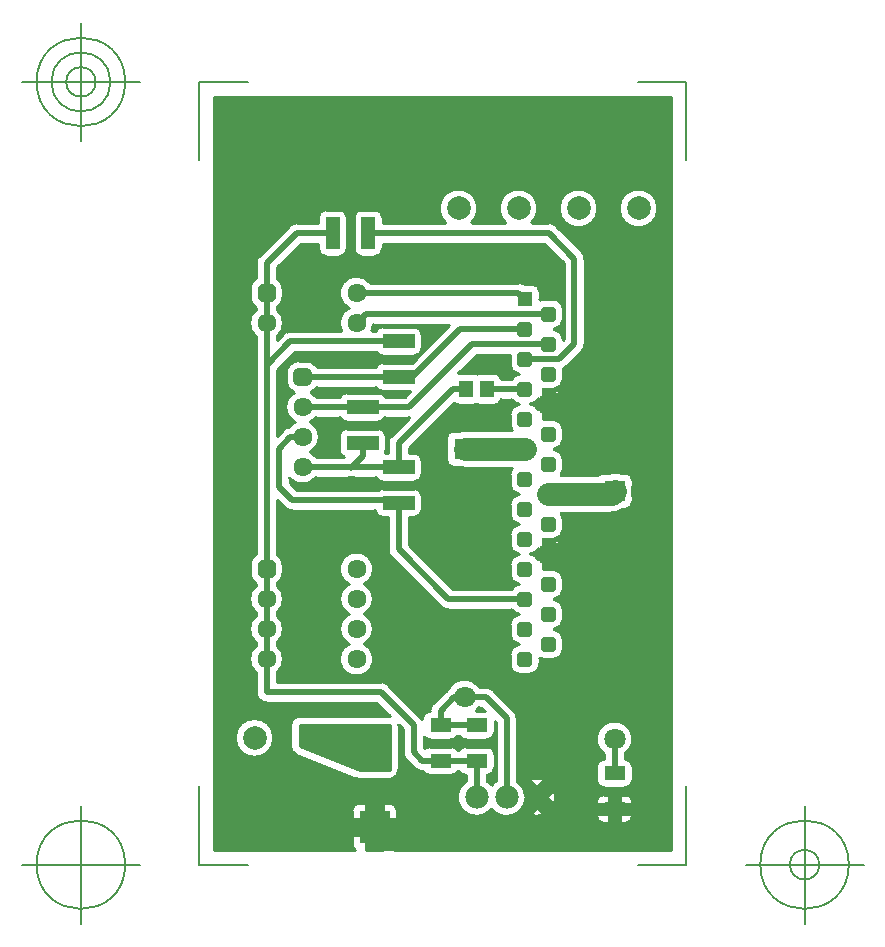
<source format=gbr>
G04 Generated by Ultiboard 12.0 *
%FSLAX25Y25*%
%MOMM*%

%ADD10C,0.00001*%
%ADD11C,0.25400*%
%ADD12C,0.50800*%
%ADD13C,1.90500*%
%ADD14C,0.12700*%
%ADD15C,2.00000*%
%ADD16R,1.80000X1.15000*%
%ADD17C,1.60884*%
%ADD18R,0.67742X0.67742*%
%ADD19C,0.84658*%
%ADD20R,0.76200X0.76200*%
%ADD21C,0.50800*%
%ADD22R,1.27000X1.27000*%
%ADD23R,2.70000X1.15000*%
%ADD24R,1.15000X1.45000*%
%ADD25R,1.15000X2.70000*%
%ADD26R,0.52908X0.52908*%
%ADD27C,0.99492*%
%ADD28C,1.80000*%
%ADD29R,1.80000X1.80000*%
%ADD30R,2.57000X2.80000*%
%ADD31C,1.98984*%


G04 ColorRGB 002000 for the following layer *
%LNCopper Top*%
%LPD*%
G54D10*
G36*
X1590549Y63807D02*
X1590549Y63807D01*
X3936193Y63807D01*
X3936193Y6436193D01*
X63807Y6436193D01*
X63807Y63807D01*
X1254251Y63807D01*
G75*
D01*
G02X1230093Y113800I39649J49993*
G01*
X1230093Y113800D01*
X1230093Y185606D01*
X1354206Y185606D01*
X1354206Y63807D01*
X1490594Y63807D01*
X1490594Y185606D01*
X1614707Y185606D01*
X1614707Y113800D01*
G75*
D01*
G02X1590549Y63807I-63807J0*
G01*
D02*
G37*
%LPC*%
G36*
X2821307Y4787900D02*
X2821307Y4787900D01*
X2821307Y4717860D01*
G75*
D01*
G02X2855900Y4724830I34593J-82359*
G01*
X2855900Y4724830D01*
X2932100Y4724830D01*
G74*
D01*
G02X3021430Y4635500I0J89330*
G01*
X3021430Y4635500D01*
X3021430Y4559300D01*
G75*
D01*
G02X2940855Y4470400I-89330J0*
G01*
G74*
D01*
G02X3021430Y4381500I8755J88900*
G01*
X3021430Y4381500D01*
X3021430Y4379662D01*
X3024710Y4382942D01*
X3024710Y5027758D01*
X2858598Y5193870D01*
X1490507Y5193870D01*
X1490507Y5148200D01*
G75*
D01*
G02X1426700Y5084393I-63807J0*
G01*
X1426700Y5084393D01*
X1311700Y5084393D01*
G75*
D01*
G02X1247893Y5148200I0J63807*
G01*
X1247893Y5148200D01*
X1247893Y5418200D01*
G75*
D01*
G02X1311700Y5482007I63807J0*
G01*
X1311700Y5482007D01*
X1426700Y5482007D01*
G74*
D01*
G02X1490507Y5418200I0J63807*
G01*
X1490507Y5418200D01*
X1490507Y5372530D01*
X2022842Y5372530D01*
G75*
D01*
G02X2244358Y5372530I110758J120269*
G01*
X2244358Y5372530D01*
X2530842Y5372530D01*
G75*
D01*
G02X2752358Y5372530I110758J120269*
G01*
X2752358Y5372530D01*
X2895490Y5372530D01*
G75*
D01*
G02X2928856Y5366109I110J-89330*
G01*
G74*
D01*
G02X2958845Y5346286I33257J82908*
G01*
X2958845Y5346286D01*
X3177126Y5128005D01*
G74*
D01*
G02X3203370Y5064760I63085J63245*
G01*
X3203370Y5064760D01*
X3203370Y4345940D01*
G75*
D01*
G02X3177126Y4282695I-89330J1*
G01*
X3177126Y4282695D01*
X3047745Y4153314D01*
G74*
D01*
G02X3021121Y4134921I63246J63084*
G01*
G74*
D01*
G02X3021430Y4127500I89020J7424*
G01*
X3021430Y4127500D01*
X3021430Y4051300D01*
G75*
D01*
G02X2940855Y3962400I-89330J0*
G01*
G74*
D01*
G02X3021148Y3880588I8755J88900*
G01*
X3021148Y3880588D01*
X2939188Y3880588D01*
X2939188Y3962252D01*
G74*
D01*
G02X2932100Y3961970I7092J89047*
G01*
X2932100Y3961970D01*
X2855900Y3961970D01*
G75*
D01*
G02X2848812Y3962252I4J89330*
G01*
X2848812Y3962252D01*
X2848812Y3880588D01*
X2810004Y3880588D01*
G74*
D01*
G02X2740855Y3835400I77904J43711*
G01*
G74*
D01*
G02X2810004Y3790212I8756J88900*
G01*
X2810004Y3790212D01*
X2848812Y3790212D01*
X2848812Y3708548D01*
G75*
D01*
G02X2855900Y3708830I7092J-89047*
G01*
X2855900Y3708830D01*
X2932100Y3708830D01*
G74*
D01*
G02X2939188Y3708548I4J89330*
G01*
X2939188Y3708548D01*
X2939188Y3790212D01*
X3021148Y3790212D01*
G74*
D01*
G02X2940855Y3708400I89047J7087*
G01*
G74*
D01*
G02X3021430Y3619500I8755J88900*
G01*
X3021430Y3619500D01*
X3021430Y3543300D01*
G75*
D01*
G02X2940855Y3454400I-89330J0*
G01*
G74*
D01*
G02X3021430Y3365500I8755J88900*
G01*
X3021430Y3365500D01*
X3021430Y3289300D01*
G75*
D01*
G02X3001389Y3232918I-89330J0*
G01*
X3001389Y3232918D01*
X3318326Y3232918D01*
G75*
D01*
G02X3364423Y3252607I46097J-44117*
G01*
X3364423Y3252607D01*
X3412122Y3252607D01*
G75*
D01*
G02X3496724Y3252607I42301J-153806*
G01*
X3496724Y3252607D01*
X3544423Y3252607D01*
G74*
D01*
G02X3608231Y3188800I1J63807*
G01*
X3608231Y3188800D01*
X3608231Y3141101D01*
G75*
D01*
G02X3608231Y3056499I-153807J-42301*
G01*
X3608231Y3056499D01*
X3608231Y3008800D01*
G75*
D01*
G02X3544423Y2944993I-63808J1*
G01*
X3544423Y2944993D01*
X3523668Y2944993D01*
G74*
D01*
G02X3429023Y2913882I94645J128407*
G01*
X3429023Y2913882D01*
X3001389Y2913882D01*
G74*
D01*
G02X3021430Y2857500I69289J56382*
G01*
X3021430Y2857500D01*
X3021430Y2781300D01*
G75*
D01*
G02X2940855Y2692400I-89330J0*
G01*
G74*
D01*
G02X3021148Y2610588I8755J88900*
G01*
X3021148Y2610588D01*
X2939188Y2610588D01*
X2939188Y2692252D01*
G74*
D01*
G02X2932100Y2691970I7092J89047*
G01*
X2932100Y2691970D01*
X2855900Y2691970D01*
G75*
D01*
G02X2848812Y2692252I4J89330*
G01*
X2848812Y2692252D01*
X2848812Y2610588D01*
X2810004Y2610588D01*
G74*
D01*
G02X2740855Y2565400I77904J43711*
G01*
G74*
D01*
G02X2810004Y2520212I8756J88900*
G01*
X2810004Y2520212D01*
X2848812Y2520212D01*
X2848812Y2438548D01*
G75*
D01*
G02X2855900Y2438830I7092J-89047*
G01*
X2855900Y2438830D01*
X2932100Y2438830D01*
G74*
D01*
G02X2939188Y2438548I4J89330*
G01*
X2939188Y2438548D01*
X2939188Y2520212D01*
X3021148Y2520212D01*
G74*
D01*
G02X2940855Y2438400I89047J7087*
G01*
G74*
D01*
G02X3021430Y2349500I8755J88900*
G01*
X3021430Y2349500D01*
X3021430Y2273300D01*
G75*
D01*
G02X2940855Y2184400I-89330J0*
G01*
G74*
D01*
G02X3021430Y2095500I8755J88900*
G01*
X3021430Y2095500D01*
X3021430Y2019300D01*
G75*
D01*
G02X2940855Y1930400I-89330J0*
G01*
G74*
D01*
G02X3021430Y1841500I8755J88900*
G01*
X3021430Y1841500D01*
X3021430Y1765300D01*
G75*
D01*
G02X2932100Y1675970I-89330J0*
G01*
X2932100Y1675970D01*
X2855900Y1675970D01*
G75*
D01*
G02X2821430Y1682888I-1J89330*
G01*
X2821430Y1682888D01*
X2821430Y1638300D01*
G75*
D01*
G02X2732100Y1548970I-89330J0*
G01*
X2732100Y1548970D01*
X2655900Y1548970D01*
G75*
D01*
G02X2566570Y1638300I0J89330*
G01*
X2566570Y1638300D01*
X2566570Y1714500D01*
G74*
D01*
G02X2647145Y1803400I89330J0*
G01*
G75*
D01*
G02X2566570Y1892300I8755J88900*
G01*
X2566570Y1892300D01*
X2566570Y1968500D01*
G74*
D01*
G02X2647145Y2057400I89330J0*
G01*
G74*
D01*
G02X2582720Y2095070I8755J88900*
G01*
X2582720Y2095070D01*
X2045877Y2095070D01*
G75*
D01*
G02X1982664Y2121234I-47J89330*
G01*
X1982664Y2121234D01*
X1562434Y2541464D01*
G75*
D01*
G02X1536270Y2604716I63166J63166*
G01*
X1536270Y2604716D01*
X1536270Y2878293D01*
X1490600Y2878293D01*
G75*
D01*
G02X1427407Y2933270I0J63807*
G01*
X1427407Y2933270D01*
X725170Y2933270D01*
G75*
D01*
G02X701417Y2936486I0J89330*
G01*
G74*
D01*
G02X662004Y2959434I23752J86113*
G01*
X662004Y2959434D01*
X597330Y3024108D01*
X597330Y2563005D01*
G74*
D01*
G02X648212Y2472271I55458J90734*
G01*
X648212Y2472271D01*
X648212Y2404529D01*
G75*
D01*
G02X597330Y2313795I-106341J0*
G01*
X597330Y2313795D01*
X597330Y2297269D01*
G75*
D01*
G02X597330Y2071531I-89329J-112869*
G01*
X597330Y2071531D01*
X597330Y2043269D01*
G75*
D01*
G02X597330Y1817531I-89329J-112869*
G01*
X597330Y1817531D01*
X597330Y1789269D01*
G75*
D01*
G02X597330Y1563531I-89329J-112869*
G01*
X597330Y1563531D01*
X597330Y1486330D01*
X1473200Y1486330D01*
G74*
D01*
G02X1536445Y1460086I1J89330*
G01*
X1536445Y1460086D01*
X1815686Y1180845D01*
G74*
D01*
G02X1827393Y1166446I63083J63248*
G01*
X1827393Y1166446D01*
X1827393Y1172700D01*
G75*
D01*
G02X1891200Y1236507I63807J0*
G01*
X1891200Y1236507D01*
X1891870Y1236507D01*
X1891870Y1239969D01*
G75*
D01*
G02X1918034Y1303266I89330J131*
G01*
X1918034Y1303266D01*
X2032334Y1417566D01*
G74*
D01*
G02X2052310Y1432595I63165J63167*
G01*
G75*
D01*
G02X2309229Y1443730I132090J-78194*
G01*
X2309229Y1443730D01*
X2362157Y1443730D01*
G75*
D01*
G02X2370371Y1443356I48J-89330*
G01*
G74*
D01*
G02X2425445Y1417486I8172J88955*
G01*
X2425445Y1417486D01*
X2603086Y1239845D01*
G74*
D01*
G02X2629330Y1176600I63085J63245*
G01*
X2629330Y1176600D01*
X2629330Y644332D01*
G74*
D01*
G02X2702712Y517549I89329J136332*
G01*
X2702712Y517549D01*
X2712261Y508000D01*
X2702712Y498451D01*
G75*
D01*
G02X2413000Y405837I-162711J9547*
G01*
G75*
D01*
G02X2196670Y644332I-126997J102166*
G01*
X2196670Y644332D01*
X2196670Y693893D01*
X2196000Y693893D01*
G75*
D01*
G02X2140699Y725870I0J63807*
G01*
X2140699Y725870D01*
X2126501Y725870D01*
G74*
D01*
G02X2071200Y693893I55301J31830*
G01*
X2071200Y693893D01*
X1891200Y693893D01*
G75*
D01*
G02X1835899Y725870I0J63807*
G01*
X1835899Y725870D01*
X1826450Y725870D01*
G75*
D01*
G02X1763234Y752034I-50J89330*
G01*
X1763234Y752034D01*
X1689434Y825834D01*
G75*
D01*
G02X1663270Y889088I63166J63166*
G01*
X1663270Y889088D01*
X1663270Y1080598D01*
X1625968Y1117900D01*
G74*
D01*
G02X1625969Y1117600I76567J405*
G01*
X1625969Y1117600D01*
X1625969Y736600D01*
G75*
D01*
G02X1567930Y662307I-76569J0*
G01*
G74*
D01*
G02X1550900Y659993I17028J61493*
G01*
X1550900Y659993D01*
X1293900Y659993D01*
G75*
D01*
G02X1276871Y662307I-1J63807*
G01*
G74*
D01*
G02X1266963Y665508I18531J74292*
G01*
X1266963Y665508D01*
X758963Y868708D01*
G75*
D01*
G02X710831Y939939I28436J71092*
G01*
X710831Y939939D01*
X710831Y1117600D01*
G75*
D01*
G02X787400Y1194169I76569J0*
G01*
X787400Y1194169D01*
X1549400Y1194169D01*
G74*
D01*
G02X1549700Y1194168I105J76569*
G01*
X1549700Y1194168D01*
X1436198Y1307670D01*
X508000Y1307670D01*
G75*
D01*
G02X418670Y1397000I0J89330*
G01*
X418670Y1397000D01*
X418670Y1563531D01*
G75*
D01*
G02X418670Y1789269I89329J112869*
G01*
X418670Y1789269D01*
X418670Y1817531D01*
G75*
D01*
G02X418670Y2043269I89329J112869*
G01*
X418670Y2043269D01*
X418670Y2071531D01*
G75*
D01*
G02X418670Y2297269I89329J112869*
G01*
X418670Y2297269D01*
X418670Y2313795D01*
G75*
D01*
G02X367788Y2404529I55458J90734*
G01*
X367788Y2404529D01*
X367788Y2472271D01*
G74*
D01*
G02X418670Y2563005I106341J0*
G01*
X418670Y2563005D01*
X418670Y4408331D01*
G75*
D01*
G02X418670Y4634069I89329J112869*
G01*
X418670Y4634069D01*
X418670Y4650595D01*
G75*
D01*
G02X367788Y4741329I55458J90734*
G01*
X367788Y4741329D01*
X367788Y4809071D01*
G74*
D01*
G02X418670Y4899805I106341J0*
G01*
X418670Y4899805D01*
X418670Y5029034D01*
G75*
D01*
G02X444834Y5092366I89330J166*
G01*
X444834Y5092366D01*
X698834Y5346366D01*
G74*
D01*
G02X749888Y5371705I63166J63166*
G01*
G75*
D01*
G02X762000Y5372530I12112J-88504*
G01*
X762000Y5372530D01*
X947893Y5372530D01*
X947893Y5418200D01*
G75*
D01*
G02X1011700Y5482007I63807J0*
G01*
X1011700Y5482007D01*
X1126700Y5482007D01*
G74*
D01*
G02X1190507Y5418200I0J63807*
G01*
X1190507Y5418200D01*
X1190507Y5148200D01*
G75*
D01*
G02X1126700Y5084393I-63807J0*
G01*
X1126700Y5084393D01*
X1011700Y5084393D01*
G75*
D01*
G02X947893Y5148200I0J63807*
G01*
X947893Y5148200D01*
X947893Y5193870D01*
X799002Y5193870D01*
X597330Y4992198D01*
X597330Y4899805D01*
G74*
D01*
G02X648212Y4809071I55458J90734*
G01*
X648212Y4809071D01*
X648212Y4741329D01*
G75*
D01*
G02X597330Y4650595I-106341J0*
G01*
X597330Y4650595D01*
X597330Y4634069D01*
G75*
D01*
G02X597330Y4408331I-89329J-112869*
G01*
X597330Y4408331D01*
X597330Y4379992D01*
X646904Y4429566D01*
G74*
D01*
G02X677608Y4449623I63166J63166*
G01*
G75*
D01*
G02X710070Y4455730I32462J-83223*
G01*
X710070Y4455730D01*
X1141809Y4455730D01*
G75*
D01*
G02X1202249Y4648200I128190J65470*
G01*
G75*
D01*
G02X1382869Y4864530I67754J126998*
G01*
X1382869Y4864530D01*
X2640232Y4864530D01*
G75*
D01*
G02X2669697Y4859565I98J-89330*
G01*
G74*
D01*
G02X2686444Y4851707I29368J84364*
G01*
X2686444Y4851707D01*
X2757500Y4851707D01*
G74*
D01*
G02X2821307Y4787900I0J63807*
G01*
D02*
G37*
G36*
X1202249Y2311400D02*
G75*
D01*
G02X1337751Y2311400I67751J126999*
G01*
G75*
D01*
G02X1337751Y2057400I-67750J-127000*
G01*
G75*
D01*
G02X1337751Y1803400I-67750J-127000*
G01*
G75*
D01*
G02X1202249Y1803400I-67751J-126999*
G01*
G75*
D01*
G02X1202249Y2057400I67750J127000*
G01*
G75*
D01*
G02X1202249Y2311400I67750J127000*
G01*
D02*
G37*
G36*
X2986100Y5492800D02*
G75*
D01*
G02X2986100Y5492800I163500J0*
G01*
D02*
G37*
G36*
X3494100Y5492800D02*
G75*
D01*
G02X3494100Y5492800I163500J0*
G01*
D02*
G37*
G36*
X2864000Y2565400D02*
G75*
D01*
G02X2864000Y2565400I30000J0*
G01*
D02*
G37*
G36*
X2864000Y3835400D02*
G75*
D01*
G02X2864000Y3835400I30000J0*
G01*
D02*
G37*
G36*
X2860893Y359367D02*
G75*
D01*
G02X2727107Y359367I-66893J148633*
G01*
X2727107Y359367D01*
X2794000Y426261D01*
X2860893Y359367D01*
D02*
G37*
G36*
X3300593Y351300D02*
X3300593Y351300D01*
X3300593Y365783D01*
X3411383Y365783D01*
X3411383Y287493D01*
X3364400Y287493D01*
G75*
D01*
G02X3300593Y351300I0J63807*
G01*
D02*
G37*
G36*
X3608207Y351300D02*
G75*
D01*
G02X3544400Y287493I-63807J0*
G01*
X3544400Y287493D01*
X3497417Y287493D01*
X3497417Y365783D01*
X3608207Y365783D01*
X3608207Y351300D01*
D02*
G37*
G36*
X2727107Y656633D02*
G75*
D01*
G02X2860893Y656633I66893J-148633*
G01*
X2860893Y656633D01*
X2794000Y589739D01*
X2727107Y656633D01*
D02*
G37*
G36*
X2734729Y508000D02*
G75*
D01*
G02X2734729Y508000I59271J0*
G01*
D02*
G37*
G36*
X2942633Y574893D02*
G75*
D01*
G02X2942633Y441107I-148633J-66893*
G01*
X2942633Y441107D01*
X2875739Y508000D01*
X2942633Y574893D01*
D02*
G37*
G36*
X3364400Y530107D02*
X3364400Y530107D01*
X3411383Y530107D01*
X3411383Y451817D01*
X3300593Y451817D01*
X3300593Y466300D01*
G75*
D01*
G02X3364400Y530107I63807J0*
G01*
D02*
G37*
G36*
X3543730Y873971D02*
X3543730Y873971D01*
X3543730Y830107D01*
X3544400Y830107D01*
G74*
D01*
G02X3608207Y766300I0J63807*
G01*
X3608207Y766300D01*
X3608207Y651300D01*
G75*
D01*
G02X3544400Y587493I-63807J0*
G01*
X3544400Y587493D01*
X3364400Y587493D01*
G75*
D01*
G02X3300593Y651300I0J63807*
G01*
X3300593Y651300D01*
X3300593Y766300D01*
G75*
D01*
G02X3364400Y830107I63807J0*
G01*
X3364400Y830107D01*
X3365070Y830107D01*
X3365070Y873971D01*
G75*
D01*
G02X3543730Y873971I89330J124828*
G01*
D02*
G37*
G36*
X3608207Y466300D02*
X3608207Y466300D01*
X3608207Y451817D01*
X3497417Y451817D01*
X3497417Y530107D01*
X3544400Y530107D01*
G74*
D01*
G02X3608207Y466300I0J63807*
G01*
D02*
G37*
G36*
X1230093Y393800D02*
G75*
D01*
G02X1293900Y457607I63807J0*
G01*
X1293900Y457607D01*
X1354206Y457607D01*
X1354206Y321994D01*
X1230093Y321994D01*
X1230093Y393800D01*
D02*
G37*
G36*
X1614707Y393800D02*
X1614707Y393800D01*
X1614707Y321994D01*
X1490594Y321994D01*
X1490594Y457607D01*
X1550900Y457607D01*
G74*
D01*
G02X1614707Y393800I0J63807*
G01*
D02*
G37*
G36*
X242900Y1009600D02*
G75*
D01*
G02X242900Y1009600I163500J0*
G01*
D02*
G37*
%LPD*%
G36*
X1760600Y2878293D02*
X1760600Y2878293D01*
X1714930Y2878293D01*
X1714930Y2641632D01*
X2020369Y2336193D01*
X2082832Y2273730D01*
X2582720Y2273730D01*
G74*
D01*
G02X2647145Y2311400I73180J51229*
G01*
G75*
D01*
G02X2566570Y2400300I8755J88900*
G01*
X2566570Y2400300D01*
X2566570Y2476500D01*
G74*
D01*
G02X2647145Y2565400I89330J0*
G01*
G75*
D01*
G02X2566570Y2654300I8755J88900*
G01*
X2566570Y2654300D01*
X2566570Y2730500D01*
G74*
D01*
G02X2647145Y2819400I89330J0*
G01*
G75*
D01*
G02X2566570Y2908300I8755J88900*
G01*
X2566570Y2908300D01*
X2566570Y2984500D01*
G74*
D01*
G02X2647145Y3073400I89330J0*
G01*
G75*
D01*
G02X2566570Y3162300I8755J88900*
G01*
X2566570Y3162300D01*
X2566570Y3238500D01*
G74*
D01*
G02X2586611Y3294882I89330J0*
G01*
X2586611Y3294882D01*
X2184423Y3294882D01*
G75*
D01*
G02X2142122Y3300593I0J159518*
G01*
X2142122Y3300593D01*
X2094423Y3300593D01*
G75*
D01*
G02X2030616Y3364400I0J63807*
G01*
X2030616Y3364400D01*
X2030616Y3412099D01*
G75*
D01*
G02X2030616Y3496701I153806J42301*
G01*
X2030616Y3496701D01*
X2030616Y3544400D01*
G75*
D01*
G02X2094423Y3608207I63807J0*
G01*
X2094423Y3608207D01*
X2142122Y3608207D01*
G75*
D01*
G02X2184423Y3613918I42301J-153806*
G01*
X2184423Y3613918D01*
X2586611Y3613918D01*
G75*
D01*
G02X2566570Y3670300I69289J56382*
G01*
X2566570Y3670300D01*
X2566570Y3746500D01*
G74*
D01*
G02X2647145Y3835400I89330J0*
G01*
G74*
D01*
G02X2582720Y3873070I8755J88900*
G01*
X2582720Y3873070D01*
X2495048Y3873070D01*
G74*
D01*
G02X2433500Y3826093I61547J16830*
G01*
X2433500Y3826093D01*
X2318500Y3826093D01*
G75*
D01*
G02X2286000Y3834990I0J63807*
G01*
G74*
D01*
G02X2253500Y3826093I32500J54910*
G01*
X2253500Y3826093D01*
X2138500Y3826093D01*
G75*
D01*
G02X2093648Y3844516I-1J63807*
G01*
X2093648Y3844516D01*
X1714930Y3465798D01*
X1714930Y3420907D01*
X1760600Y3420907D01*
G74*
D01*
G02X1824407Y3357100I0J63807*
G01*
X1824407Y3357100D01*
X1824407Y3242100D01*
G75*
D01*
G02X1760600Y3178293I-63807J0*
G01*
X1760600Y3178293D01*
X1490600Y3178293D01*
G75*
D01*
G02X1433985Y3212670I0J63807*
G01*
X1433985Y3212670D01*
X1252630Y3212670D01*
G75*
D01*
G02X1201009Y3212670I-25810J85519*
G01*
X1201009Y3212670D01*
X925669Y3212670D01*
G75*
D01*
G02X702740Y3209231I-112869J89329*
G01*
X702740Y3209231D01*
X702740Y3171362D01*
X762172Y3111930D01*
X1457965Y3111930D01*
G75*
D01*
G02X1490600Y3120907I32634J-54830*
G01*
X1490600Y3120907D01*
X1760600Y3120907D01*
G74*
D01*
G02X1824407Y3057100I0J63807*
G01*
X1824407Y3057100D01*
X1824407Y2942100D01*
G75*
D01*
G02X1760600Y2878293I-63807J0*
G01*
D02*
G37*
G36*
X699445Y3644713D02*
G74*
D01*
G03X646764Y3619166I10485J88713*
G01*
X646764Y3619166D01*
X597330Y3569732D01*
X597330Y4127328D01*
X747072Y4277070D01*
X1435299Y4277070D01*
G75*
D01*
G03X1490600Y4245093I55301J31830*
G01*
X1490600Y4245093D01*
X1760600Y4245093D01*
G75*
D01*
G03X1824407Y4308900I0J63807*
G01*
X1824407Y4308900D01*
X1824407Y4423900D01*
G74*
D01*
G03X1760600Y4487707I63807J0*
G01*
X1760600Y4487707D01*
X1490600Y4487707D01*
G75*
D01*
G03X1435299Y4455730I0J-63807*
G01*
X1435299Y4455730D01*
X1398191Y4455730D01*
G74*
D01*
G03X1413342Y4508070I128190J65470*
G01*
X1413342Y4508070D01*
X2056368Y4508070D01*
X1736005Y4187707D01*
X1490600Y4187707D01*
G75*
D01*
G03X1433985Y4153330I0J-63807*
G01*
X1433985Y4153330D01*
X934099Y4153330D01*
G74*
D01*
G03X839254Y4204248I94845J62875*
G01*
X839254Y4204248D01*
X786346Y4204248D01*
G75*
D01*
G03X672552Y4090454I0J-113794*
G01*
X672552Y4090454D01*
X672552Y4037546D01*
G75*
D01*
G03X739463Y3933859I113794J0*
G01*
G75*
D01*
G03X745049Y3683000I73337J-123859*
G01*
G74*
D01*
G03X699445Y3644713I67749J127000*
G01*
D02*
G37*
G36*
X2376000Y993893D02*
X2376000Y993893D01*
X2196000Y993893D01*
G75*
D01*
G02X2140699Y1025870I0J63807*
G01*
X2140699Y1025870D01*
X2126501Y1025870D01*
G74*
D01*
G02X2071200Y993893I55301J31830*
G01*
X2071200Y993893D01*
X1891200Y993893D01*
G75*
D01*
G02X1841930Y1017156I0J63807*
G01*
X1841930Y1017156D01*
X1841930Y926002D01*
X1848142Y919789D01*
G75*
D01*
G02X1891200Y936507I43058J-47089*
G01*
X1891200Y936507D01*
X2071200Y936507D01*
G74*
D01*
G02X2126501Y904530I0J63807*
G01*
X2126501Y904530D01*
X2140699Y904530D01*
G75*
D01*
G02X2196000Y936507I55301J-31830*
G01*
X2196000Y936507D01*
X2376000Y936507D01*
G74*
D01*
G02X2439807Y872700I0J63807*
G01*
X2439807Y872700D01*
X2439807Y757700D01*
G75*
D01*
G02X2376000Y693893I-63807J0*
G01*
X2376000Y693893D01*
X2375330Y693893D01*
X2375330Y644332D01*
G74*
D01*
G02X2413000Y610163I89329J136332*
G01*
G74*
D01*
G02X2450670Y644332I126999J102163*
G01*
X2450670Y644332D01*
X2450670Y1139598D01*
X2439807Y1150461D01*
X2439807Y1057700D01*
G75*
D01*
G02X2376000Y993893I-63807J0*
G01*
D02*
G37*
G36*
X787400Y1117600D02*
X787400Y1117600D01*
X1549400Y1117600D01*
X1549400Y736600D01*
X1295400Y736600D01*
X787400Y939800D01*
X787400Y1117600D01*
D02*
G37*
G36*
X925669Y3391330D02*
G74*
D01*
G03X880551Y3429000I112868J89330*
G01*
G75*
D01*
G03X880551Y3683000I-67750J127000*
G01*
G74*
D01*
G03X925669Y3720670I67750J127000*
G01*
X925669Y3720670D01*
X1129185Y3720670D01*
G75*
D01*
G03X1185800Y3686293I56615J29430*
G01*
X1185800Y3686293D01*
X1455800Y3686293D01*
G74*
D01*
G03X1512415Y3720670I0J63807*
G01*
X1512415Y3720670D01*
X1715696Y3720670D01*
G75*
D01*
G03X1717149Y3720681I50J89330*
G01*
X1717149Y3720681D01*
X1562434Y3565966D01*
G75*
D01*
G03X1536270Y3502656I63166J-63166*
G01*
X1536270Y3502656D01*
X1536270Y3420907D01*
X1512537Y3420907D01*
G75*
D01*
G03X1519607Y3450100I-56736J29193*
G01*
X1519607Y3450100D01*
X1519607Y3565100D01*
G74*
D01*
G03X1455800Y3628907I63807J0*
G01*
X1455800Y3628907D01*
X1185800Y3628907D01*
G75*
D01*
G03X1121993Y3565100I0J-63807*
G01*
X1121993Y3565100D01*
X1121993Y3450100D01*
G75*
D01*
G03X1160951Y3391330I63807J0*
G01*
X1160951Y3391330D01*
X925669Y3391330D01*
D02*
G37*
G36*
X2566570Y4178300D02*
X2566570Y4178300D01*
X2566570Y4254070D01*
X2286172Y4254070D01*
X2130277Y4098175D01*
G75*
D01*
G02X2138500Y4098707I8222J-63275*
G01*
X2138500Y4098707D01*
X2253500Y4098707D01*
G74*
D01*
G02X2286000Y4089810I0J63807*
G01*
G75*
D01*
G02X2318500Y4098707I32500J-54910*
G01*
X2318500Y4098707D01*
X2433500Y4098707D01*
G74*
D01*
G02X2495048Y4051730I1J63807*
G01*
X2495048Y4051730D01*
X2582720Y4051730D01*
G74*
D01*
G02X2647145Y4089400I73180J51229*
G01*
G75*
D01*
G02X2566570Y4178300I8755J88900*
G01*
D02*
G37*
G36*
X925669Y3899330D02*
G74*
D01*
G03X886137Y3933859I112869J89329*
G01*
G74*
D01*
G03X934099Y3974670I46883J103686*
G01*
X934099Y3974670D01*
X1436752Y3974670D01*
G75*
D01*
G03X1490600Y3945093I53848J34229*
G01*
X1490600Y3945093D01*
X1724531Y3945093D01*
X1678768Y3899330D01*
X1509648Y3899330D01*
G74*
D01*
G03X1455800Y3928907I53848J34229*
G01*
X1455800Y3928907D01*
X1185800Y3928907D01*
G75*
D01*
G03X1131952Y3899330I0J-63807*
G01*
X1131952Y3899330D01*
X925669Y3899330D01*
D02*
G37*
G36*
X2309229Y1265070D02*
X2309229Y1265070D01*
X2325198Y1265070D01*
X2353761Y1236507D01*
X2282703Y1236507D01*
G74*
D01*
G03X2309229Y1265070I98303J117891*
G01*
D02*
G37*
G54D11*
X787400Y1117600D02*
X1549400Y1117600D01*
X1549400Y736600D01*
X1295400Y736600D01*
X787400Y939800D01*
X787400Y1117600D01*
X2821307Y4787900D02*
X2821307Y4717860D01*
G75*
D01*
G02X2855900Y4724830I34593J-82359*
G01*
X2932100Y4724830D01*
G74*
D01*
G02X3021430Y4635500I0J89330*
G01*
X3021430Y4559300D01*
G75*
D01*
G02X2940855Y4470400I-89330J0*
G01*
G74*
D01*
G02X3021430Y4381500I8755J88900*
G01*
X3021430Y4379662D01*
X3024710Y4382942D01*
X3024710Y5027758D01*
X2858598Y5193870D01*
X1490507Y5193870D01*
X1490507Y5148200D01*
G75*
D01*
G02X1426700Y5084393I-63807J0*
G01*
X1311700Y5084393D01*
G75*
D01*
G02X1247893Y5148200I0J63807*
G01*
X1247893Y5418200D01*
G75*
D01*
G02X1311700Y5482007I63807J0*
G01*
X1426700Y5482007D01*
G74*
D01*
G02X1490507Y5418200I0J63807*
G01*
X1490507Y5372530D01*
X2022842Y5372530D01*
G75*
D01*
G02X2244358Y5372530I110758J120269*
G01*
X2530842Y5372530D01*
G75*
D01*
G02X2752358Y5372530I110758J120269*
G01*
X2895490Y5372530D01*
G75*
D01*
G02X2928856Y5366109I110J-89330*
G01*
G74*
D01*
G02X2958845Y5346286I33257J82908*
G01*
X3177126Y5128005D01*
G74*
D01*
G02X3203370Y5064760I63085J63245*
G01*
X3203370Y4345940D01*
G75*
D01*
G02X3177126Y4282695I-89330J1*
G01*
X3047745Y4153314D01*
G74*
D01*
G02X3021121Y4134921I63246J63084*
G01*
G74*
D01*
G02X3021430Y4127500I89020J7424*
G01*
X3021430Y4051300D01*
G75*
D01*
G02X2940855Y3962400I-89330J0*
G01*
G74*
D01*
G02X3021148Y3880588I8755J88900*
G01*
X2939188Y3880588D01*
X2939188Y3962252D01*
G74*
D01*
G02X2932100Y3961970I7092J89047*
G01*
X2855900Y3961970D01*
G75*
D01*
G02X2848812Y3962252I4J89330*
G01*
X2848812Y3880588D01*
X2810004Y3880588D01*
G74*
D01*
G02X2740855Y3835400I77904J43711*
G01*
G74*
D01*
G02X2810004Y3790212I8756J88900*
G01*
X2848812Y3790212D01*
X2848812Y3708548D01*
G75*
D01*
G02X2855900Y3708830I7092J-89047*
G01*
X2932100Y3708830D01*
G74*
D01*
G02X2939188Y3708548I4J89330*
G01*
X2939188Y3790212D01*
X3021148Y3790212D01*
G74*
D01*
G02X2940855Y3708400I89047J7087*
G01*
G74*
D01*
G02X3021430Y3619500I8755J88900*
G01*
X3021430Y3543300D01*
G75*
D01*
G02X2940855Y3454400I-89330J0*
G01*
G74*
D01*
G02X3021430Y3365500I8755J88900*
G01*
X3021430Y3289300D01*
G75*
D01*
G02X3001389Y3232918I-89330J0*
G01*
X3318326Y3232918D01*
G75*
D01*
G02X3364423Y3252607I46097J-44117*
G01*
X3412122Y3252607D01*
G75*
D01*
G02X3496724Y3252607I42301J-153806*
G01*
X3544423Y3252607D01*
G74*
D01*
G02X3608231Y3188800I1J63807*
G01*
X3608231Y3141101D01*
G75*
D01*
G02X3608231Y3056499I-153807J-42301*
G01*
X3608231Y3008800D01*
G75*
D01*
G02X3544423Y2944993I-63808J1*
G01*
X3523668Y2944993D01*
G74*
D01*
G02X3429023Y2913882I94645J128407*
G01*
X3001389Y2913882D01*
G74*
D01*
G02X3021430Y2857500I69289J56382*
G01*
X3021430Y2781300D01*
G75*
D01*
G02X2940855Y2692400I-89330J0*
G01*
G74*
D01*
G02X3021148Y2610588I8755J88900*
G01*
X2939188Y2610588D01*
X2939188Y2692252D01*
G74*
D01*
G02X2932100Y2691970I7092J89047*
G01*
X2855900Y2691970D01*
G75*
D01*
G02X2848812Y2692252I4J89330*
G01*
X2848812Y2610588D01*
X2810004Y2610588D01*
G74*
D01*
G02X2740855Y2565400I77904J43711*
G01*
G74*
D01*
G02X2810004Y2520212I8756J88900*
G01*
X2848812Y2520212D01*
X2848812Y2438548D01*
G75*
D01*
G02X2855900Y2438830I7092J-89047*
G01*
X2932100Y2438830D01*
G74*
D01*
G02X2939188Y2438548I4J89330*
G01*
X2939188Y2520212D01*
X3021148Y2520212D01*
G74*
D01*
G02X2940855Y2438400I89047J7087*
G01*
G74*
D01*
G02X3021430Y2349500I8755J88900*
G01*
X3021430Y2273300D01*
G75*
D01*
G02X2940855Y2184400I-89330J0*
G01*
G74*
D01*
G02X3021430Y2095500I8755J88900*
G01*
X3021430Y2019300D01*
G75*
D01*
G02X2940855Y1930400I-89330J0*
G01*
G74*
D01*
G02X3021430Y1841500I8755J88900*
G01*
X3021430Y1765300D01*
G75*
D01*
G02X2932100Y1675970I-89330J0*
G01*
X2855900Y1675970D01*
G75*
D01*
G02X2821430Y1682888I-1J89330*
G01*
X2821430Y1638300D01*
G75*
D01*
G02X2732100Y1548970I-89330J0*
G01*
X2655900Y1548970D01*
G75*
D01*
G02X2566570Y1638300I0J89330*
G01*
X2566570Y1714500D01*
G74*
D01*
G02X2647145Y1803400I89330J0*
G01*
G75*
D01*
G02X2566570Y1892300I8755J88900*
G01*
X2566570Y1968500D01*
G74*
D01*
G02X2647145Y2057400I89330J0*
G01*
G74*
D01*
G02X2582720Y2095070I8755J88900*
G01*
X2045877Y2095070D01*
G75*
D01*
G02X1982664Y2121234I-47J89330*
G01*
X1562434Y2541464D01*
G75*
D01*
G02X1536270Y2604716I63166J63166*
G01*
X1536270Y2878293D01*
X1490600Y2878293D01*
G75*
D01*
G02X1427407Y2933270I0J63807*
G01*
X725170Y2933270D01*
G75*
D01*
G02X701417Y2936486I0J89330*
G01*
G74*
D01*
G02X662004Y2959434I23752J86113*
G01*
X597330Y3024108D01*
X597330Y2563005D01*
G74*
D01*
G02X648212Y2472271I55458J90734*
G01*
X648212Y2404529D01*
G75*
D01*
G02X597330Y2313795I-106341J0*
G01*
X597330Y2297269D01*
G75*
D01*
G02X597330Y2071531I-89329J-112869*
G01*
X597330Y2043269D01*
G75*
D01*
G02X597330Y1817531I-89329J-112869*
G01*
X597330Y1789269D01*
G75*
D01*
G02X597330Y1563531I-89329J-112869*
G01*
X597330Y1486330D01*
X1473200Y1486330D01*
G74*
D01*
G02X1536445Y1460086I1J89330*
G01*
X1815686Y1180845D01*
G74*
D01*
G02X1827393Y1166446I63083J63248*
G01*
X1827393Y1172700D01*
G75*
D01*
G02X1891200Y1236507I63807J0*
G01*
X1891870Y1236507D01*
X1891870Y1239969D01*
G75*
D01*
G02X1918034Y1303266I89330J131*
G01*
X2032334Y1417566D01*
G74*
D01*
G02X2052310Y1432595I63165J63167*
G01*
G75*
D01*
G02X2309229Y1443730I132090J-78194*
G01*
X2362157Y1443730D01*
G75*
D01*
G02X2370371Y1443356I48J-89330*
G01*
G74*
D01*
G02X2425445Y1417486I8172J88955*
G01*
X2603086Y1239845D01*
G74*
D01*
G02X2629330Y1176600I63085J63245*
G01*
X2629330Y644332D01*
G74*
D01*
G02X2702712Y517549I89329J136332*
G01*
X2712261Y508000D01*
X2702712Y498451D01*
G75*
D01*
G02X2413000Y405837I-162711J9547*
G01*
G75*
D01*
G02X2196670Y644332I-126997J102166*
G01*
X2196670Y693893D01*
X2196000Y693893D01*
G75*
D01*
G02X2140699Y725870I0J63807*
G01*
X2126501Y725870D01*
G74*
D01*
G02X2071200Y693893I55301J31830*
G01*
X1891200Y693893D01*
G75*
D01*
G02X1835899Y725870I0J63807*
G01*
X1826450Y725870D01*
G75*
D01*
G02X1763234Y752034I-50J89330*
G01*
X1689434Y825834D01*
G75*
D01*
G02X1663270Y889088I63166J63166*
G01*
X1663270Y1080598D01*
X1625968Y1117900D01*
G74*
D01*
G02X1625969Y1117600I76567J405*
G01*
X1625969Y736600D01*
G75*
D01*
G02X1567930Y662307I-76569J0*
G01*
G74*
D01*
G02X1550900Y659993I17028J61493*
G01*
X1293900Y659993D01*
G75*
D01*
G02X1276871Y662307I-1J63807*
G01*
G74*
D01*
G02X1266963Y665508I18531J74292*
G01*
X758963Y868708D01*
G75*
D01*
G02X710831Y939939I28436J71092*
G01*
X710831Y1117600D01*
G75*
D01*
G02X787400Y1194169I76569J0*
G01*
X1549400Y1194169D01*
G74*
D01*
G02X1549700Y1194168I105J76569*
G01*
X1436198Y1307670D01*
X508000Y1307670D01*
G75*
D01*
G02X418670Y1397000I0J89330*
G01*
X418670Y1563531D01*
G75*
D01*
G02X418670Y1789269I89329J112869*
G01*
X418670Y1817531D01*
G75*
D01*
G02X418670Y2043269I89329J112869*
G01*
X418670Y2071531D01*
G75*
D01*
G02X418670Y2297269I89329J112869*
G01*
X418670Y2313795D01*
G75*
D01*
G02X367788Y2404529I55458J90734*
G01*
X367788Y2472271D01*
G74*
D01*
G02X418670Y2563005I106341J0*
G01*
X418670Y4408331D01*
G75*
D01*
G02X418670Y4634069I89329J112869*
G01*
X418670Y4650595D01*
G75*
D01*
G02X367788Y4741329I55458J90734*
G01*
X367788Y4809071D01*
G74*
D01*
G02X418670Y4899805I106341J0*
G01*
X418670Y5029034D01*
G75*
D01*
G02X444834Y5092366I89330J166*
G01*
X698834Y5346366D01*
G74*
D01*
G02X749888Y5371705I63166J63166*
G01*
G75*
D01*
G02X762000Y5372530I12112J-88504*
G01*
X947893Y5372530D01*
X947893Y5418200D01*
G75*
D01*
G02X1011700Y5482007I63807J0*
G01*
X1126700Y5482007D01*
G74*
D01*
G02X1190507Y5418200I0J63807*
G01*
X1190507Y5148200D01*
G75*
D01*
G02X1126700Y5084393I-63807J0*
G01*
X1011700Y5084393D01*
G75*
D01*
G02X947893Y5148200I0J63807*
G01*
X947893Y5193870D01*
X799002Y5193870D01*
X597330Y4992198D01*
X597330Y4899805D01*
G74*
D01*
G02X648212Y4809071I55458J90734*
G01*
X648212Y4741329D01*
G75*
D01*
G02X597330Y4650595I-106341J0*
G01*
X597330Y4634069D01*
G75*
D01*
G02X597330Y4408331I-89329J-112869*
G01*
X597330Y4379992D01*
X646904Y4429566D01*
G74*
D01*
G02X677608Y4449623I63166J63166*
G01*
G75*
D01*
G02X710070Y4455730I32462J-83223*
G01*
X1141809Y4455730D01*
G75*
D01*
G02X1202249Y4648200I128190J65470*
G01*
G75*
D01*
G02X1382869Y4864530I67754J126998*
G01*
X2640232Y4864530D01*
G75*
D01*
G02X2669697Y4859565I98J-89330*
G01*
G74*
D01*
G02X2686444Y4851707I29368J84364*
G01*
X2757500Y4851707D01*
G74*
D01*
G02X2821307Y4787900I0J63807*
G01*
X1202249Y2311400D02*
G75*
D01*
G02X1337751Y2311400I67751J126999*
G01*
G75*
D01*
G02X1337751Y2057400I-67750J-127000*
G01*
G75*
D01*
G02X1337751Y1803400I-67750J-127000*
G01*
G75*
D01*
G02X1202249Y1803400I-67751J-126999*
G01*
G75*
D01*
G02X1202249Y2057400I67750J127000*
G01*
G75*
D01*
G02X1202249Y2311400I67750J127000*
G01*
X2986100Y5492800D02*
G75*
D01*
G02X2986100Y5492800I163500J0*
G01*
X3494100Y5492800D02*
G75*
D01*
G02X3494100Y5492800I163500J0*
G01*
X2864000Y2565400D02*
G75*
D01*
G02X2864000Y2565400I30000J0*
G01*
X2864000Y3835400D02*
G75*
D01*
G02X2864000Y3835400I30000J0*
G01*
X2860893Y359367D02*
G75*
D01*
G02X2727107Y359367I-66893J148633*
G01*
X2794000Y426261D01*
X2860893Y359367D01*
X3300593Y351300D02*
X3300593Y365783D01*
X3411383Y365783D01*
X3411383Y287493D01*
X3364400Y287493D01*
G75*
D01*
G02X3300593Y351300I0J63807*
G01*
X3608207Y351300D02*
G75*
D01*
G02X3544400Y287493I-63807J0*
G01*
X3497417Y287493D01*
X3497417Y365783D01*
X3608207Y365783D01*
X3608207Y351300D01*
X2727107Y656633D02*
G75*
D01*
G02X2860893Y656633I66893J-148633*
G01*
X2794000Y589739D01*
X2727107Y656633D01*
X2734729Y508000D02*
G75*
D01*
G02X2734729Y508000I59271J0*
G01*
X2942633Y574893D02*
G75*
D01*
G02X2942633Y441107I-148633J-66893*
G01*
X2875739Y508000D01*
X2942633Y574893D01*
X3364400Y530107D02*
X3411383Y530107D01*
X3411383Y451817D01*
X3300593Y451817D01*
X3300593Y466300D01*
G75*
D01*
G02X3364400Y530107I63807J0*
G01*
X3543730Y873971D02*
X3543730Y830107D01*
X3544400Y830107D01*
G74*
D01*
G02X3608207Y766300I0J63807*
G01*
X3608207Y651300D01*
G75*
D01*
G02X3544400Y587493I-63807J0*
G01*
X3364400Y587493D01*
G75*
D01*
G02X3300593Y651300I0J63807*
G01*
X3300593Y766300D01*
G75*
D01*
G02X3364400Y830107I63807J0*
G01*
X3365070Y830107D01*
X3365070Y873971D01*
G75*
D01*
G02X3543730Y873971I89330J124828*
G01*
X3608207Y466300D02*
X3608207Y451817D01*
X3497417Y451817D01*
X3497417Y530107D01*
X3544400Y530107D01*
G74*
D01*
G02X3608207Y466300I0J63807*
G01*
X1230093Y393800D02*
G75*
D01*
G02X1293900Y457607I63807J0*
G01*
X1354206Y457607D01*
X1354206Y321994D01*
X1230093Y321994D01*
X1230093Y393800D01*
X1614707Y393800D02*
X1614707Y321994D01*
X1490594Y321994D01*
X1490594Y457607D01*
X1550900Y457607D01*
G74*
D01*
G02X1614707Y393800I0J63807*
G01*
X242900Y1009600D02*
G75*
D01*
G02X242900Y1009600I163500J0*
G01*
X1590549Y63807D02*
X3936193Y63807D01*
X3936193Y6436193D01*
X63807Y6436193D01*
X63807Y63807D01*
X1254251Y63807D01*
G75*
D01*
G02X1230093Y113800I39649J49993*
G01*
X1230093Y185606D01*
X1354206Y185606D01*
X1354206Y63807D01*
X1490594Y63807D01*
X1490594Y185606D01*
X1614707Y185606D01*
X1614707Y113800D01*
G75*
D01*
G02X1590549Y63807I-63807J0*
G01*
X2376000Y993893D02*
X2196000Y993893D01*
G75*
D01*
G02X2140699Y1025870I0J63807*
G01*
X2126501Y1025870D01*
G74*
D01*
G02X2071200Y993893I55301J31830*
G01*
X1891200Y993893D01*
G75*
D01*
G02X1841930Y1017156I0J63807*
G01*
X1841930Y926002D01*
X1848142Y919789D01*
G75*
D01*
G02X1891200Y936507I43058J-47089*
G01*
X2071200Y936507D01*
G74*
D01*
G02X2126501Y904530I0J63807*
G01*
X2140699Y904530D01*
G75*
D01*
G02X2196000Y936507I55301J-31830*
G01*
X2376000Y936507D01*
G74*
D01*
G02X2439807Y872700I0J63807*
G01*
X2439807Y757700D01*
G75*
D01*
G02X2376000Y693893I-63807J0*
G01*
X2375330Y693893D01*
X2375330Y644332D01*
G74*
D01*
G02X2413000Y610163I89329J136332*
G01*
G74*
D01*
G02X2450670Y644332I126999J102163*
G01*
X2450670Y1139598D01*
X2439807Y1150461D01*
X2439807Y1057700D01*
G75*
D01*
G02X2376000Y993893I-63807J0*
G01*
X2309229Y1265070D02*
X2325198Y1265070D01*
X2353761Y1236507D01*
X2282703Y1236507D01*
G74*
D01*
G03X2309229Y1265070I98303J117891*
G01*
X1760600Y2878293D02*
X1714930Y2878293D01*
X1714930Y2641632D01*
X2020369Y2336193D01*
X2082832Y2273730D01*
X2582720Y2273730D01*
G74*
D01*
G02X2647145Y2311400I73180J51229*
G01*
G75*
D01*
G02X2566570Y2400300I8755J88900*
G01*
X2566570Y2476500D01*
G74*
D01*
G02X2647145Y2565400I89330J0*
G01*
G75*
D01*
G02X2566570Y2654300I8755J88900*
G01*
X2566570Y2730500D01*
G74*
D01*
G02X2647145Y2819400I89330J0*
G01*
G75*
D01*
G02X2566570Y2908300I8755J88900*
G01*
X2566570Y2984500D01*
G74*
D01*
G02X2647145Y3073400I89330J0*
G01*
G75*
D01*
G02X2566570Y3162300I8755J88900*
G01*
X2566570Y3238500D01*
G74*
D01*
G02X2586611Y3294882I89330J0*
G01*
X2184423Y3294882D01*
G75*
D01*
G02X2142122Y3300593I0J159518*
G01*
X2094423Y3300593D01*
G75*
D01*
G02X2030616Y3364400I0J63807*
G01*
X2030616Y3412099D01*
G75*
D01*
G02X2030616Y3496701I153806J42301*
G01*
X2030616Y3544400D01*
G75*
D01*
G02X2094423Y3608207I63807J0*
G01*
X2142122Y3608207D01*
G75*
D01*
G02X2184423Y3613918I42301J-153806*
G01*
X2586611Y3613918D01*
G75*
D01*
G02X2566570Y3670300I69289J56382*
G01*
X2566570Y3746500D01*
G74*
D01*
G02X2647145Y3835400I89330J0*
G01*
G74*
D01*
G02X2582720Y3873070I8755J88900*
G01*
X2495048Y3873070D01*
G74*
D01*
G02X2433500Y3826093I61547J16830*
G01*
X2318500Y3826093D01*
G75*
D01*
G02X2286000Y3834990I0J63807*
G01*
G74*
D01*
G02X2253500Y3826093I32500J54910*
G01*
X2138500Y3826093D01*
G75*
D01*
G02X2093648Y3844516I-1J63807*
G01*
X1714930Y3465798D01*
X1714930Y3420907D01*
X1760600Y3420907D01*
G74*
D01*
G02X1824407Y3357100I0J63807*
G01*
X1824407Y3242100D01*
G75*
D01*
G02X1760600Y3178293I-63807J0*
G01*
X1490600Y3178293D01*
G75*
D01*
G02X1433985Y3212670I0J63807*
G01*
X1252630Y3212670D01*
G75*
D01*
G02X1201009Y3212670I-25810J85519*
G01*
X925669Y3212670D01*
G75*
D01*
G02X702740Y3209231I-112869J89329*
G01*
X702740Y3171362D01*
X762172Y3111930D01*
X1457965Y3111930D01*
G75*
D01*
G02X1490600Y3120907I32634J-54830*
G01*
X1760600Y3120907D01*
G74*
D01*
G02X1824407Y3057100I0J63807*
G01*
X1824407Y2942100D01*
G75*
D01*
G02X1760600Y2878293I-63807J0*
G01*
X925669Y3391330D02*
G74*
D01*
G03X880551Y3429000I112868J89330*
G01*
G75*
D01*
G03X880551Y3683000I-67750J127000*
G01*
G74*
D01*
G03X925669Y3720670I67750J127000*
G01*
X1129185Y3720670D01*
G75*
D01*
G03X1185800Y3686293I56615J29430*
G01*
X1455800Y3686293D01*
G74*
D01*
G03X1512415Y3720670I0J63807*
G01*
X1715696Y3720670D01*
G75*
D01*
G03X1717149Y3720681I50J89330*
G01*
X1562434Y3565966D01*
G75*
D01*
G03X1536270Y3502656I63166J-63166*
G01*
X1536270Y3420907D01*
X1512537Y3420907D01*
G75*
D01*
G03X1519607Y3450100I-56736J29193*
G01*
X1519607Y3565100D01*
G74*
D01*
G03X1455800Y3628907I63807J0*
G01*
X1185800Y3628907D01*
G75*
D01*
G03X1121993Y3565100I0J-63807*
G01*
X1121993Y3450100D01*
G75*
D01*
G03X1160951Y3391330I63807J0*
G01*
X925669Y3391330D01*
X699445Y3644713D02*
G74*
D01*
G03X646764Y3619166I10485J88713*
G01*
X597330Y3569732D01*
X597330Y4127328D01*
X747072Y4277070D01*
X1435299Y4277070D01*
G75*
D01*
G03X1490600Y4245093I55301J31830*
G01*
X1760600Y4245093D01*
G75*
D01*
G03X1824407Y4308900I0J63807*
G01*
X1824407Y4423900D01*
G74*
D01*
G03X1760600Y4487707I63807J0*
G01*
X1490600Y4487707D01*
G75*
D01*
G03X1435299Y4455730I0J-63807*
G01*
X1398191Y4455730D01*
G74*
D01*
G03X1413342Y4508070I128190J65470*
G01*
X2056368Y4508070D01*
X1736005Y4187707D01*
X1490600Y4187707D01*
G75*
D01*
G03X1433985Y4153330I0J-63807*
G01*
X934099Y4153330D01*
G74*
D01*
G03X839254Y4204248I94845J62875*
G01*
X786346Y4204248D01*
G75*
D01*
G03X672552Y4090454I0J-113794*
G01*
X672552Y4037546D01*
G75*
D01*
G03X739463Y3933859I113794J0*
G01*
G75*
D01*
G03X745049Y3683000I73337J-123859*
G01*
G74*
D01*
G03X699445Y3644713I67749J127000*
G01*
X925669Y3899330D02*
G74*
D01*
G03X886137Y3933859I112869J89329*
G01*
G74*
D01*
G03X934099Y3974670I46883J103686*
G01*
X1436752Y3974670D01*
G75*
D01*
G03X1490600Y3945093I53848J34229*
G01*
X1724531Y3945093D01*
X1678768Y3899330D01*
X1509648Y3899330D01*
G74*
D01*
G03X1455800Y3928907I53848J34229*
G01*
X1185800Y3928907D01*
G75*
D01*
G03X1131952Y3899330I0J-63807*
G01*
X925669Y3899330D01*
X2566570Y4178300D02*
X2566570Y4254070D01*
X2286172Y4254070D01*
X2130277Y4098175D01*
G75*
D01*
G02X2138500Y4098707I8222J-63275*
G01*
X2253500Y4098707D01*
G74*
D01*
G02X2286000Y4089810I0J63807*
G01*
G75*
D01*
G02X2318500Y4098707I32500J-54910*
G01*
X2433500Y4098707D01*
G74*
D01*
G02X2495048Y4051730I1J63807*
G01*
X2582720Y4051730D01*
G74*
D01*
G02X2647145Y4089400I73180J51229*
G01*
G75*
D01*
G02X2566570Y4178300I8755J88900*
G01*
G54D12*
X3454400Y304600D02*
X3302000Y152200D01*
X3454400Y408800D02*
X3454400Y304600D01*
X2286000Y815200D02*
X2286000Y508000D01*
X3454400Y408800D02*
X2893200Y408800D01*
X2794000Y508000D01*
X3454400Y708800D02*
X3454400Y998800D01*
X1752600Y1117600D02*
X1752600Y889000D01*
X1826400Y815200D01*
X2286000Y815200D01*
X1473200Y1397000D02*
X1752600Y1117600D01*
X508000Y5029200D02*
X508000Y1397000D01*
X1473200Y1397000D01*
X1459230Y3302000D02*
X812800Y3302000D01*
X1625600Y3299600D02*
X1461630Y3299600D01*
X1715770Y3810000D02*
X812800Y3810000D01*
X2249170Y4343400D02*
X1715770Y3810000D01*
X2694000Y3962400D02*
X2376000Y3962400D01*
X2894000Y4343400D02*
X2249170Y4343400D01*
X2694000Y4216400D02*
X2984500Y4216400D01*
X3114040Y4345940D01*
X3114040Y5064760D01*
X1346200Y4597400D02*
X1270000Y4521200D01*
X2894000Y4597400D02*
X1346200Y4597400D01*
X762000Y5283200D02*
X508000Y5029200D01*
X3114040Y5064760D02*
X2895600Y5283200D01*
X1069200Y5283200D02*
X762000Y5283200D01*
X2895600Y5283200D02*
X1369200Y5283200D01*
X1981200Y1240100D02*
X2095500Y1354400D01*
X1981200Y1115200D02*
X1981200Y1240100D01*
X710070Y4366400D02*
X511810Y4168140D01*
X1625600Y4366400D02*
X710070Y4366400D01*
X613410Y3459480D02*
X709930Y3556000D01*
X812800Y3556000D01*
X725170Y3022600D02*
X613410Y3134360D01*
X725170Y3022600D02*
X1602600Y3022600D01*
X613410Y3134360D02*
X613410Y3459480D01*
X1602600Y3022600D02*
X1625600Y2999600D01*
X1625600Y2604630D02*
X2045830Y2184400D01*
X1625600Y2604630D02*
X1625600Y2999600D01*
X2045830Y2184400D02*
X2694000Y2184400D01*
X2085200Y3962400D02*
X1625600Y3502800D01*
X2085200Y3962400D02*
X2196000Y3962400D01*
X1625600Y3502800D02*
X1625600Y3299600D01*
X1320800Y3392170D02*
X1226820Y3298190D01*
X1320800Y3507600D02*
X1320800Y3392170D01*
X2691130Y4724400D02*
X2640330Y4775200D01*
X2694000Y4724400D02*
X2691130Y4724400D01*
X2640330Y4775200D02*
X1270000Y4775200D01*
X1738630Y4064000D02*
X2145030Y4470400D01*
X2694000Y4470400D01*
X812800Y4064000D02*
X1738630Y4064000D01*
X1981200Y1115200D02*
X2286000Y1115200D01*
X2540000Y508000D02*
X2540000Y1176600D01*
X2362200Y1354400D01*
X2095500Y1354400D02*
X2362200Y1354400D01*
G54D13*
X3694230Y152200D02*
X3840480Y298450D01*
X3840480Y298450D02*
X3840480Y3542030D01*
X3562350Y2565400D02*
X3835400Y2292350D01*
X2894000Y2565400D02*
X3562350Y2565400D01*
X2894000Y3073400D02*
X3429023Y3073400D01*
X3454423Y3098800D01*
X2694000Y3454400D02*
X2184423Y3454400D01*
X3840480Y3542030D02*
X3547110Y3835400D01*
X2894000Y3835400D01*
X3694230Y152200D02*
X1524000Y152200D01*
X1422400Y253800D01*
G54D14*
X-63500Y-63500D02*
X-63500Y599200D01*
X-63500Y-63500D02*
X349200Y-63500D01*
X4063500Y-63500D02*
X3650800Y-63500D01*
X4063500Y-63500D02*
X4063500Y599200D01*
X4063500Y6563500D02*
X4063500Y5900800D01*
X4063500Y6563500D02*
X3650800Y6563500D01*
X-63500Y6563500D02*
X349200Y6563500D01*
X-63500Y6563500D02*
X-63500Y5900800D01*
X-563500Y-63500D02*
X-1563500Y-63500D01*
X-1063500Y-563500D02*
X-1063500Y436500D01*
X-1438500Y-63500D02*
G75*
D01*
G02X-1438500Y-63500I375000J0*
G01*
X4563500Y-63500D02*
X5563500Y-63500D01*
X5063500Y-563500D02*
X5063500Y436500D01*
X4688500Y-63500D02*
G75*
D01*
G02X4688500Y-63500I375000J0*
G01*
X4938500Y-63500D02*
G75*
D01*
G02X4938500Y-63500I125000J0*
G01*
X-563500Y6563500D02*
X-1563500Y6563500D01*
X-1063500Y6063500D02*
X-1063500Y7063500D01*
X-1438500Y6563500D02*
G75*
D01*
G02X-1438500Y6563500I375000J0*
G01*
X-1313500Y6563500D02*
G75*
D01*
G02X-1313500Y6563500I250000J0*
G01*
X-1188500Y6563500D02*
G75*
D01*
G02X-1188500Y6563500I125000J0*
G01*
G54D15*
X406400Y1009600D03*
X914400Y1009600D03*
X3657600Y5492800D03*
X3149600Y5492800D03*
X2641600Y5492800D03*
X2133600Y5492800D03*
G54D16*
X3454400Y408800D03*
X3454400Y708800D03*
X1981200Y815200D03*
X1981200Y1115200D03*
X2286000Y815200D03*
X2286000Y1115200D03*
G54D17*
X1270000Y2438400D03*
X508000Y1676400D03*
X1270000Y1676400D03*
X508000Y1930400D03*
X508000Y2184400D03*
X1270000Y1930400D03*
X1270000Y2184400D03*
X508000Y4521200D03*
X1270000Y4521200D03*
X1270000Y4775200D03*
X812800Y3556000D03*
X812800Y3810000D03*
X812800Y3302000D03*
G54D18*
X508000Y2438400D03*
X508000Y4775200D03*
G54D19*
X474129Y2404529D02*
X541871Y2404529D01*
X541871Y2472271D01*
X474129Y2472271D01*
X474129Y2404529D01*D02*
X474129Y4741329D02*
X541871Y4741329D01*
X541871Y4809071D01*
X474129Y4809071D01*
X474129Y4741329D01*D02*
G54D20*
X2694000Y4470400D03*
X2694000Y4216400D03*
X2694000Y3962400D03*
X2694000Y3708400D03*
X2694000Y3454400D03*
X2694000Y3200400D03*
X2694000Y2946400D03*
X2694000Y2692400D03*
X2694000Y2438400D03*
X2694000Y2184400D03*
X2694000Y1930400D03*
X2694000Y1676400D03*
X2894000Y4597400D03*
X2894000Y4343400D03*
X2894000Y4089400D03*
X2894000Y3835400D03*
X2894000Y3581400D03*
X2894000Y3327400D03*
X2894000Y3073400D03*
X2894000Y2819400D03*
X2894000Y2565400D03*
X2894000Y2311400D03*
X2894000Y2057400D03*
X2894000Y1803400D03*
G54D21*
X2655900Y4432300D02*
X2732100Y4432300D01*
X2732100Y4508500D01*
X2655900Y4508500D01*
X2655900Y4432300D01*D02*
X2655900Y4178300D02*
X2732100Y4178300D01*
X2732100Y4254500D01*
X2655900Y4254500D01*
X2655900Y4178300D01*D02*
X2655900Y3924300D02*
X2732100Y3924300D01*
X2732100Y4000500D01*
X2655900Y4000500D01*
X2655900Y3924300D01*D02*
X2655900Y3670300D02*
X2732100Y3670300D01*
X2732100Y3746500D01*
X2655900Y3746500D01*
X2655900Y3670300D01*D02*
X2655900Y3416300D02*
X2732100Y3416300D01*
X2732100Y3492500D01*
X2655900Y3492500D01*
X2655900Y3416300D01*D02*
X2655900Y3162300D02*
X2732100Y3162300D01*
X2732100Y3238500D01*
X2655900Y3238500D01*
X2655900Y3162300D01*D02*
X2655900Y2908300D02*
X2732100Y2908300D01*
X2732100Y2984500D01*
X2655900Y2984500D01*
X2655900Y2908300D01*D02*
X2655900Y2654300D02*
X2732100Y2654300D01*
X2732100Y2730500D01*
X2655900Y2730500D01*
X2655900Y2654300D01*D02*
X2655900Y2400300D02*
X2732100Y2400300D01*
X2732100Y2476500D01*
X2655900Y2476500D01*
X2655900Y2400300D01*D02*
X2655900Y2146300D02*
X2732100Y2146300D01*
X2732100Y2222500D01*
X2655900Y2222500D01*
X2655900Y2146300D01*D02*
X2655900Y1892300D02*
X2732100Y1892300D01*
X2732100Y1968500D01*
X2655900Y1968500D01*
X2655900Y1892300D01*D02*
X2655900Y1638300D02*
X2732100Y1638300D01*
X2732100Y1714500D01*
X2655900Y1714500D01*
X2655900Y1638300D01*D02*
X2855900Y4559300D02*
X2932100Y4559300D01*
X2932100Y4635500D01*
X2855900Y4635500D01*
X2855900Y4559300D01*D02*
X2855900Y4305300D02*
X2932100Y4305300D01*
X2932100Y4381500D01*
X2855900Y4381500D01*
X2855900Y4305300D01*D02*
X2855900Y4051300D02*
X2932100Y4051300D01*
X2932100Y4127500D01*
X2855900Y4127500D01*
X2855900Y4051300D01*D02*
X2855900Y3797300D02*
X2932100Y3797300D01*
X2932100Y3873500D01*
X2855900Y3873500D01*
X2855900Y3797300D01*D02*
X2855900Y3543300D02*
X2932100Y3543300D01*
X2932100Y3619500D01*
X2855900Y3619500D01*
X2855900Y3543300D01*D02*
X2855900Y3289300D02*
X2932100Y3289300D01*
X2932100Y3365500D01*
X2855900Y3365500D01*
X2855900Y3289300D01*D02*
X2855900Y3035300D02*
X2932100Y3035300D01*
X2932100Y3111500D01*
X2855900Y3111500D01*
X2855900Y3035300D01*D02*
X2855900Y2781300D02*
X2932100Y2781300D01*
X2932100Y2857500D01*
X2855900Y2857500D01*
X2855900Y2781300D01*D02*
X2855900Y2527300D02*
X2932100Y2527300D01*
X2932100Y2603500D01*
X2855900Y2603500D01*
X2855900Y2527300D01*D02*
X2855900Y2273300D02*
X2932100Y2273300D01*
X2932100Y2349500D01*
X2855900Y2349500D01*
X2855900Y2273300D01*D02*
X2855900Y2019300D02*
X2932100Y2019300D01*
X2932100Y2095500D01*
X2855900Y2095500D01*
X2855900Y2019300D01*D02*
X2855900Y1765300D02*
X2932100Y1765300D01*
X2932100Y1841500D01*
X2855900Y1841500D01*
X2855900Y1765300D01*D02*
G54D22*
X2694000Y4724400D03*
G54D23*
X1625600Y3299600D03*
X1625600Y2999600D03*
X1625600Y4366400D03*
X1625600Y4066400D03*
X1320800Y3507600D03*
X1320800Y3807600D03*
G54D24*
X2196000Y3962400D03*
X2376000Y3962400D03*
G54D25*
X1069200Y5283200D03*
X1369200Y5283200D03*
G54D26*
X812800Y4064000D03*
G54D27*
X786346Y4037546D02*
X839254Y4037546D01*
X839254Y4090454D01*
X786346Y4090454D01*
X786346Y4037546D01*D02*
G54D28*
X3454400Y998800D03*
X2184400Y1354400D03*
G54D29*
X3454423Y3098800D03*
X2184423Y3454400D03*
G54D30*
X1422400Y863800D03*
X1422400Y253800D03*
G54D31*
X2286000Y508000D03*
X2540000Y508000D03*
X2794000Y508000D03*

M00*

</source>
